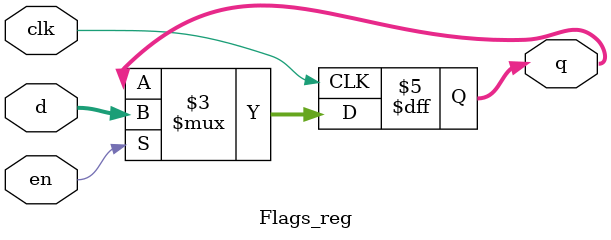
<source format=v>
`timescale 1ns / 1ps

module Flags_reg(clk, en, d, q);
    
    input clk, en;
    
    /* Z (zero), V (overflow), N (sign) */
    input [2:0] d;
    
    output reg [2:0] q;
    
    always @(posedge clk) begin  
        if (en)
           q <= d;    
        else
           q <= q;
    end
    
endmodule

</source>
